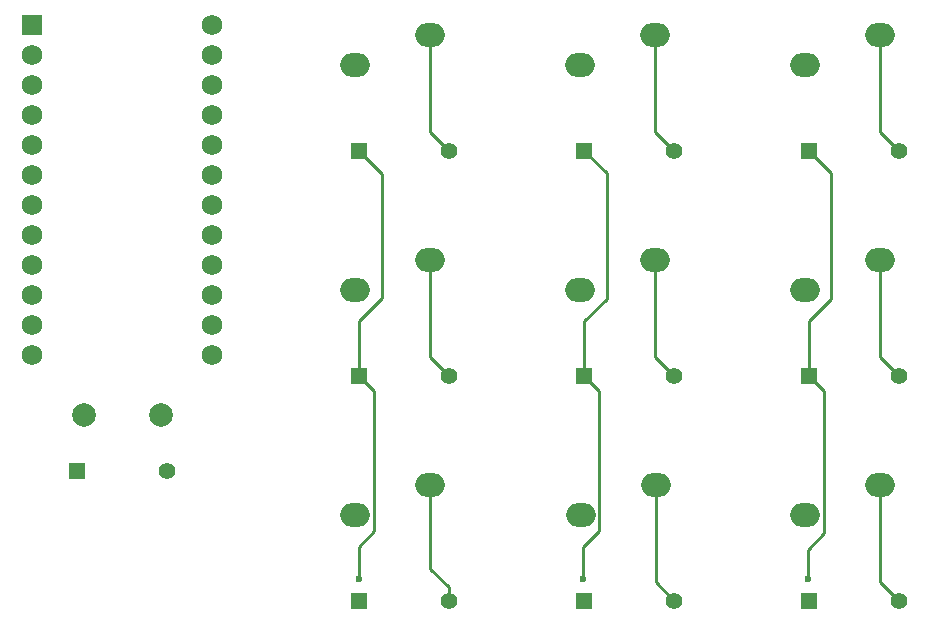
<source format=gbr>
%TF.GenerationSoftware,KiCad,Pcbnew,8.0.8*%
%TF.CreationDate,2025-02-16T23:14:20+09:00*%
%TF.ProjectId,macro,6d616372-6f2e-46b6-9963-61645f706362,rev?*%
%TF.SameCoordinates,Original*%
%TF.FileFunction,Copper,L1,Top*%
%TF.FilePolarity,Positive*%
%FSLAX46Y46*%
G04 Gerber Fmt 4.6, Leading zero omitted, Abs format (unit mm)*
G04 Created by KiCad (PCBNEW 8.0.8) date 2025-02-16 23:14:20*
%MOMM*%
%LPD*%
G01*
G04 APERTURE LIST*
%TA.AperFunction,ComponentPad*%
%ADD10O,2.500000X2.000000*%
%TD*%
%TA.AperFunction,ComponentPad*%
%ADD11C,2.000000*%
%TD*%
%TA.AperFunction,ComponentPad*%
%ADD12R,1.397000X1.397000*%
%TD*%
%TA.AperFunction,ComponentPad*%
%ADD13C,1.397000*%
%TD*%
%TA.AperFunction,ComponentPad*%
%ADD14R,1.752600X1.752600*%
%TD*%
%TA.AperFunction,ComponentPad*%
%ADD15C,1.752600*%
%TD*%
%TA.AperFunction,ViaPad*%
%ADD16C,0.600000*%
%TD*%
%TA.AperFunction,Conductor*%
%ADD17C,0.250000*%
%TD*%
G04 APERTURE END LIST*
D10*
X111822500Y-65460000D03*
X118172500Y-62920000D03*
X92772500Y-65460000D03*
X99122500Y-62920000D03*
D11*
X57250000Y-76050000D03*
X50750000Y-76050000D03*
D10*
X73722500Y-65460000D03*
X80072500Y-62920000D03*
X73722500Y-84510000D03*
X80072500Y-81970000D03*
D12*
X112140000Y-72762500D03*
D13*
X119760000Y-72762500D03*
D10*
X73722500Y-46410000D03*
X80072500Y-43870000D03*
X111827890Y-84510000D03*
X118177890Y-81970000D03*
D12*
X93090000Y-53712500D03*
D13*
X100710000Y-53712500D03*
D14*
X46380000Y-43030000D03*
D15*
X46380000Y-45570000D03*
X46380000Y-48110000D03*
X46380000Y-50650000D03*
X46380000Y-53190000D03*
X46380000Y-55730000D03*
X46380000Y-58270000D03*
X46380000Y-60810000D03*
X46380000Y-63350000D03*
X46380000Y-65890000D03*
X46380000Y-68430000D03*
X46380000Y-70970000D03*
X61620000Y-70970000D03*
X61620000Y-68430000D03*
X61620000Y-65890000D03*
X61620000Y-63350000D03*
X61620000Y-60810000D03*
X61620000Y-58270000D03*
X61620000Y-55730000D03*
X61620000Y-53190000D03*
X61620000Y-50650000D03*
X61620000Y-48110000D03*
X61620000Y-45570000D03*
X61620000Y-43030000D03*
D10*
X92780471Y-84510000D03*
X99130471Y-81970000D03*
X111822500Y-46410000D03*
X118172500Y-43870000D03*
D12*
X50190000Y-80812500D03*
D13*
X57810000Y-80812500D03*
D12*
X112140000Y-53712500D03*
D13*
X119760000Y-53712500D03*
D12*
X112140000Y-91812500D03*
D13*
X119760000Y-91812500D03*
D12*
X74040000Y-53712500D03*
D13*
X81660000Y-53712500D03*
D12*
X93090000Y-91812500D03*
D13*
X100710000Y-91812500D03*
D12*
X93090000Y-72762500D03*
D13*
X100710000Y-72762500D03*
D10*
X92772500Y-46410000D03*
X99122500Y-43870000D03*
D12*
X74040000Y-72762500D03*
D13*
X81660000Y-72762500D03*
D12*
X74040000Y-91812500D03*
D13*
X81660000Y-91812500D03*
D16*
X74000000Y-90000000D03*
X93000000Y-90000000D03*
X112000000Y-90000000D03*
D17*
X80072500Y-52125000D02*
X81660000Y-53712500D01*
X80072500Y-43870000D02*
X80072500Y-52125000D01*
X80072500Y-71175000D02*
X81660000Y-72762500D01*
X80072500Y-62920000D02*
X80072500Y-71175000D01*
X81660000Y-90660000D02*
X81660000Y-91812500D01*
X80072500Y-89072500D02*
X81660000Y-90660000D01*
X80072500Y-81970000D02*
X80072500Y-89072500D01*
X99122500Y-43870000D02*
X99122500Y-52125000D01*
X99122500Y-52125000D02*
X100710000Y-53712500D01*
X99122500Y-62920000D02*
X99122500Y-71175000D01*
X99122500Y-71175000D02*
X100710000Y-72762500D01*
X99130471Y-90232971D02*
X100710000Y-91812500D01*
X99130471Y-81970000D02*
X99130471Y-90232971D01*
X118172500Y-52125000D02*
X119760000Y-53712500D01*
X118172500Y-43870000D02*
X118172500Y-52125000D01*
X118172500Y-71175000D02*
X119760000Y-72762500D01*
X118172500Y-62920000D02*
X118172500Y-71175000D01*
X118177890Y-90230390D02*
X119760000Y-91812500D01*
X118177890Y-81970000D02*
X118177890Y-90230390D01*
X74040000Y-72762500D02*
X74040000Y-68133743D01*
X74040000Y-68133743D02*
X76000000Y-66173743D01*
X74000000Y-90000000D02*
X74000000Y-87223743D01*
X76000000Y-66173743D02*
X76000000Y-55672500D01*
X76000000Y-55672500D02*
X74040000Y-53712500D01*
X74000000Y-87223743D02*
X75297500Y-85926243D01*
X75297500Y-85926243D02*
X75297500Y-74020000D01*
X75297500Y-74020000D02*
X74040000Y-72762500D01*
X95000000Y-66223743D02*
X95000000Y-55622500D01*
X93090000Y-72762500D02*
X93090000Y-68133743D01*
X94355471Y-85926243D02*
X94355471Y-74027971D01*
X93090000Y-68133743D02*
X95000000Y-66223743D01*
X95000000Y-55622500D02*
X93090000Y-53712500D01*
X93000000Y-87281714D02*
X94355471Y-85926243D01*
X94355471Y-74027971D02*
X93090000Y-72762500D01*
X93000000Y-90000000D02*
X93000000Y-87281714D01*
X113402890Y-86078833D02*
X113402890Y-74025390D01*
X112000000Y-87481723D02*
X113402890Y-86078833D01*
X112000000Y-90000000D02*
X112000000Y-87481723D01*
X114000000Y-66273743D02*
X114000000Y-55572500D01*
X112140000Y-68133743D02*
X114000000Y-66273743D01*
X113402890Y-74025390D02*
X112140000Y-72762500D01*
X112140000Y-72762500D02*
X112140000Y-68133743D01*
X114000000Y-55572500D02*
X112140000Y-53712500D01*
M02*

</source>
